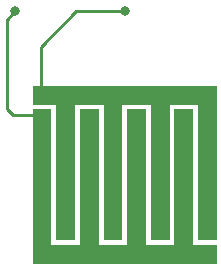
<source format=gbr>
G04 #@! TF.GenerationSoftware,KiCad,Pcbnew,(5.1.4-0-10_14)*
G04 #@! TF.CreationDate,2020-05-31T23:05:55+02:00*
G04 #@! TF.ProjectId,maskmeter,6d61736b-6d65-4746-9572-2e6b69636164,rev?*
G04 #@! TF.SameCoordinates,Original*
G04 #@! TF.FileFunction,Copper,L2,Bot*
G04 #@! TF.FilePolarity,Positive*
%FSLAX46Y46*%
G04 Gerber Fmt 4.6, Leading zero omitted, Abs format (unit mm)*
G04 Created by KiCad (PCBNEW (5.1.4-0-10_14)) date 2020-05-31 23:05:55*
%MOMM*%
%LPD*%
G04 APERTURE LIST*
%ADD10C,0.100000*%
%ADD11R,1.500000X1.500000*%
%ADD12C,0.800000*%
%ADD13C,0.250000*%
G04 APERTURE END LIST*
D10*
G36*
X121200000Y-96800000D02*
G01*
X119200000Y-96800000D01*
X119200000Y-85300000D01*
X117700000Y-85300000D01*
X117700000Y-96800000D01*
X115200000Y-96800000D01*
X115200000Y-85300000D01*
X113700000Y-85300000D01*
X113700000Y-96800000D01*
X111200000Y-96800000D01*
X111200000Y-85300000D01*
X109700000Y-85300000D01*
X109700000Y-96800000D01*
X107200000Y-96800000D01*
X107200000Y-85300000D01*
X105700000Y-85300000D01*
X105700000Y-96800000D01*
X105700000Y-98300000D01*
X121200000Y-98300000D01*
X121200000Y-96800000D01*
G37*
X121200000Y-96800000D02*
X119200000Y-96800000D01*
X119200000Y-85300000D01*
X117700000Y-85300000D01*
X117700000Y-96800000D01*
X115200000Y-96800000D01*
X115200000Y-85300000D01*
X113700000Y-85300000D01*
X113700000Y-96800000D01*
X111200000Y-96800000D01*
X111200000Y-85300000D01*
X109700000Y-85300000D01*
X109700000Y-96800000D01*
X107200000Y-96800000D01*
X107200000Y-85300000D01*
X105700000Y-85300000D01*
X105700000Y-96800000D01*
X105700000Y-98300000D01*
X121200000Y-98300000D01*
X121200000Y-96800000D01*
G36*
X105700000Y-84800000D02*
G01*
X107700000Y-84800000D01*
X107700000Y-96300000D01*
X109200000Y-96300000D01*
X109200000Y-84800000D01*
X111700000Y-84800000D01*
X111700000Y-96300000D01*
X113200000Y-96300000D01*
X113200000Y-84800000D01*
X115700000Y-84800000D01*
X115700000Y-96300000D01*
X117200000Y-96300000D01*
X117200000Y-84800000D01*
X119700000Y-84800000D01*
X119700000Y-96300000D01*
X121200000Y-96300000D01*
X121200000Y-84800000D01*
X121200000Y-83300000D01*
X105700000Y-83300000D01*
X105700000Y-84800000D01*
G37*
X105700000Y-84800000D02*
X107700000Y-84800000D01*
X107700000Y-96300000D01*
X109200000Y-96300000D01*
X109200000Y-84800000D01*
X111700000Y-84800000D01*
X111700000Y-96300000D01*
X113200000Y-96300000D01*
X113200000Y-84800000D01*
X115700000Y-84800000D01*
X115700000Y-96300000D01*
X117200000Y-96300000D01*
X117200000Y-84800000D01*
X119700000Y-84800000D01*
X119700000Y-96300000D01*
X121200000Y-96300000D01*
X121200000Y-84800000D01*
X121200000Y-83300000D01*
X105700000Y-83300000D01*
X105700000Y-84800000D01*
D11*
X106450000Y-86050000D03*
X106450000Y-84050000D03*
D12*
X104235000Y-76965000D03*
X113500000Y-77000000D03*
D13*
X103500000Y-77700000D02*
X104235000Y-76965000D01*
X103500000Y-85300000D02*
X103500000Y-77700000D01*
X104000000Y-85800000D02*
X103500000Y-85300000D01*
X106450000Y-85800000D02*
X104000000Y-85800000D01*
X109400000Y-77000000D02*
X113500000Y-77000000D01*
X106400000Y-80000000D02*
X109400000Y-77000000D01*
X106400000Y-83800000D02*
X106400000Y-80000000D01*
M02*

</source>
